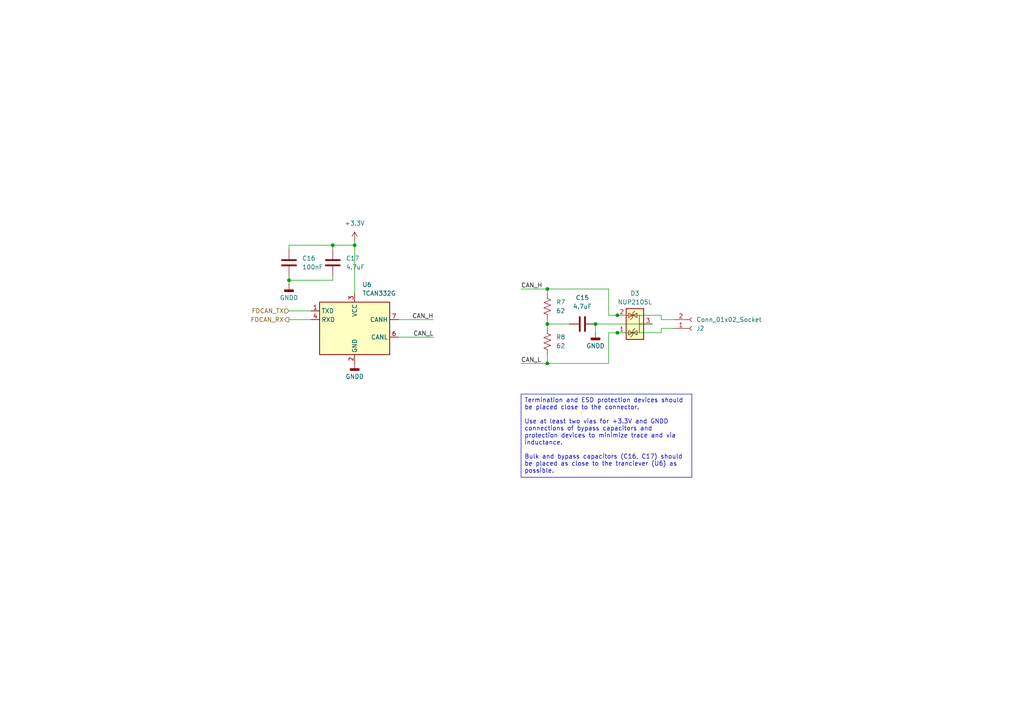
<source format=kicad_sch>
(kicad_sch (version 20231120) (generator "eeschema") (generator_version "8.0")
  (paper "A4")
  (lib_symbols
    (symbol "Connector:Conn_01x02_Socket" (pin_names (offset 1.016) hide)
      (property "Reference" "J" (at 0 2.54 0))
      (property "Value" "Conn_01x02_Socket" (at 0 -5.08 0))
      (symbol "Conn_01x02_Socket_1_1"
        (arc (start 0 -2.032) (mid -0.5058 -2.54) (end 0 -3.048) (stroke (width 0.1524)))
        (polyline (pts (xy -1.27 -2.54) (xy -0.508 -2.54)) (stroke (width 0.1524)))
        (polyline (pts (xy -1.27 0) (xy -0.508 0)) (stroke (width 0.1524)))
        (arc (start 0 0.508) (mid -0.5058 0) (end 0 -0.508) (stroke (width 0.1524)))
        (pin passive line (at -5.08 0 0) (length 3.81) (name "Pin_1") (number "1"))
        (pin passive line (at -5.08 -2.54 0) (length 3.81) (name "Pin_2") (number "2"))
      )
    )
    (symbol "Device:C" (pin_numbers hide) (pin_names (offset 0.254))
      (property "Reference" "C" (at 0.635 2.54 0))
      (property "Value" "C" (at 0.635 -2.54 0))
      (symbol "C_0_1"
        (polyline (pts (xy -2.032 -0.762) (xy 2.032 -0.762)) (stroke (width 0.508)))
        (polyline (pts (xy -2.032 0.762) (xy 2.032 0.762)) (stroke (width 0.508)))
      )
      (symbol "C_1_1"
        (pin passive line (at 0 3.81 270) (length 2.794) (name "~") (number "1"))
        (pin passive line (at 0 -3.81 90) (length 2.794) (name "~") (number "2"))
      )
    )
    (symbol "Device:R_US" (pin_numbers hide) (pin_names (offset 0))
      (property "Reference" "R" (at 2.54 0 90))
      (property "Value" "R_US" (at -2.54 0 90))
      (symbol "R_US_0_1"
        (polyline (pts (xy 0 -2.286) (xy 0 -2.54)))
        (polyline (pts (xy 0 2.286) (xy 0 2.54)))
        (polyline (pts (xy 0 -0.762) (xy 1.016 -1.143) (xy 0 -1.524) (xy -1.016 -1.905) (xy 0 -2.286)))
        (polyline (pts (xy 0 0.762) (xy 1.016 0.381) (xy 0 0) (xy -1.016 -0.381) (xy 0 -0.762)))
        (polyline (pts (xy 0 2.286) (xy 1.016 1.905) (xy 0 1.524) (xy -1.016 1.143) (xy 0 0.762)))
      )
      (symbol "R_US_1_1"
        (pin passive line (at 0 3.81 270) (length 1.27) (name "~") (number "1"))
        (pin passive line (at 0 -3.81 90) (length 1.27) (name "~") (number "2"))
      )
    )
    (symbol "Interface_CAN_LIN:TCAN332G"
      (property "Reference" "U" (at -10.16 8.89 0))
      (property "Value" "TCAN332G" (at 2.54 8.89 0))
      (symbol "TCAN332G_0_1"
        (rectangle (start -10.16 7.62) (end 10.16 -7.62) (stroke (width 0.254)) (fill (type background)))
      )
      (symbol "TCAN332G_1_1"
        (pin input line (at -12.7 5.08 0) (length 2.54) (name "TXD") (number "1"))
        (pin power_in line (at 0 -10.16 90) (length 2.54) (name "GND") (number "2"))
        (pin power_in line (at 0 10.16 270) (length 2.54) (name "VCC") (number "3"))
        (pin tri_state line (at -12.7 2.54 0) (length 2.54) (name "RXD") (number "4"))
        (pin no_connect line (at -10.16 -2.54 0) (length 2.54) hide (name "NC") (number "5"))
        (pin bidirectional line (at 12.7 -2.54 180) (length 2.54) (name "CANL") (number "6"))
        (pin bidirectional line (at 12.7 2.54 180) (length 2.54) (name "CANH") (number "7"))
        (pin no_connect line (at -10.16 -5.08 0) (length 2.54) hide (name "NC") (number "8"))
      )
    )
    (symbol "Power_Protection:NUP2105L" (pin_names hide)
      (property "Reference" "D" (at 5.715 2.54 0))
      (property "Value" "NUP2105L" (at 5.715 0.635 0))
      (symbol "NUP2105L_0_0"
        (pin passive line (at 0 -5.08 90) (length 2.54) (name "A") (number "3"))
      )
      (symbol "NUP2105L_0_1"
        (rectangle (start -4.445 2.54) (end 4.445 -2.54) (stroke (width 0.254)) (fill (type background)))
        (polyline (pts (xy -2.54 2.54) (xy -2.54 0.635)))
        (polyline (pts (xy 0 -1.27) (xy 0 -2.54)))
        (polyline (pts (xy 2.54 2.54) (xy 2.54 0.635)))
        (polyline (pts (xy -3.81 1.27) (xy -3.175 0.635) (xy -1.905 0.635) (xy -1.27 0)))
        (polyline (pts (xy -2.54 0.635) (xy -2.54 -1.27) (xy 2.54 -1.27) (xy 2.54 0.635)))
        (polyline (pts (xy -2.54 0.635) (xy -1.905 -0.635) (xy -3.175 -0.635) (xy -2.54 0.635)))
        (polyline (pts (xy 2.54 0.635) (xy 1.905 -0.635) (xy 3.175 -0.635) (xy 2.54 0.635)))
        (polyline (pts (xy 2.54 0.635) (xy 3.175 1.905) (xy 1.905 1.905) (xy 2.54 0.635)))
        (polyline (pts (xy -2.54 0.635) (xy -3.175 1.905) (xy -1.905 1.905) (xy -2.54 0.635) (xy -2.54 1.27)))
        (polyline (pts (xy 1.27 1.27) (xy 1.905 0.635) (xy 2.54 0.635) (xy 3.175 0.635) (xy 3.81 0)))
      )
      (symbol "NUP2105L_1_1"
        (pin passive line (at -2.54 5.08 270) (length 2.54) (name "K") (number "1"))
        (pin passive line (at 2.54 5.08 270) (length 2.54) (name "K") (number "2"))
      )
    )
    (symbol "power:+3.3V" (power) (pin_numbers hide) (pin_names (offset 0) hide)
      (property "Value" "+3.3V" (at 0 3.556 0))
      (symbol "+3.3V_0_1"
        (polyline (pts (xy -0.762 1.27) (xy 0 2.54)))
        (polyline (pts (xy 0 0) (xy 0 2.54)))
        (polyline (pts (xy 0 2.54) (xy 0.762 1.27)))
      )
      (symbol "+3.3V_1_1"
        (pin power_in line (at 0 0 90) (length 0) (name "~") (number "1"))
      )
    )
    (symbol "power:GNDD" (power) (pin_numbers hide) (pin_names (offset 0) hide)
      (property "Value" "GNDD" (at 0 -3.175 0))
      (symbol "GNDD_0_1"
        (rectangle (start -1.27 -1.524) (end 1.27 -2.032) (stroke (width 0.254)) (fill (type outline)))
        (polyline (pts (xy 0 0) (xy 0 -1.524)))
      )
      (symbol "GNDD_1_1"
        (pin power_in line (at 0 0 270) (length 0) (name "~") (number "1"))
      )
    )
  )
  (junction (at 179.07 91.44))
  (junction (at 158.75 105.41))
  (junction (at 179.07 96.52))
  (junction (at 83.82 81.28))
  (junction (at 158.75 83.82))
  (junction (at 158.75 93.98))
  (junction (at 96.52 71.12))
  (junction (at 102.87 71.12))
  (junction (at 172.72 93.98))
  (wire (pts (xy 176.53 96.52) (xy 176.53 105.41)))
  (wire (pts (xy 158.75 83.82) (xy 176.53 83.82)))
  (wire (pts (xy 125.73 97.79) (xy 115.57 97.79)))
  (wire (pts (xy 96.52 71.12) (xy 102.87 71.12)))
  (wire (pts (xy 158.75 83.82) (xy 158.75 85.09)))
  (wire (pts (xy 83.82 90.17) (xy 90.17 90.17)))
  (wire (pts (xy 179.07 96.52) (xy 176.53 96.52)))
  (wire (pts (xy 179.07 96.52) (xy 191.77 96.52)))
  (wire (pts (xy 96.52 71.12) (xy 96.52 72.39)))
  (wire (pts (xy 172.72 93.98) (xy 172.72 96.52)))
  (wire (pts (xy 151.13 83.82) (xy 158.75 83.82)))
  (wire (pts (xy 172.72 93.98) (xy 189.23 93.98)))
  (wire (pts (xy 191.77 92.71) (xy 191.77 91.44)))
  (wire (pts (xy 158.75 105.41) (xy 158.75 102.87)))
  (wire (pts (xy 125.73 92.71) (xy 115.57 92.71)))
  (wire (pts (xy 83.82 92.71) (xy 90.17 92.71)))
  (wire (pts (xy 96.52 81.28) (xy 96.52 80.01)))
  (wire (pts (xy 158.75 95.25) (xy 158.75 93.98)))
  (wire (pts (xy 195.58 92.71) (xy 191.77 92.71)))
  (wire (pts (xy 102.87 71.12) (xy 102.87 85.09)))
  (wire (pts (xy 179.07 91.44) (xy 176.53 91.44)))
  (wire (pts (xy 83.82 82.55) (xy 83.82 81.28)))
  (wire (pts (xy 158.75 105.41) (xy 176.53 105.41)))
  (wire (pts (xy 191.77 95.25) (xy 195.58 95.25)))
  (wire (pts (xy 179.07 91.44) (xy 191.77 91.44)))
  (wire (pts (xy 83.82 81.28) (xy 83.82 80.01)))
  (wire (pts (xy 176.53 91.44) (xy 176.53 83.82)))
  (wire (pts (xy 83.82 71.12) (xy 96.52 71.12)))
  (wire (pts (xy 158.75 93.98) (xy 165.1 93.98)))
  (wire (pts (xy 83.82 81.28) (xy 96.52 81.28)))
  (wire (pts (xy 191.77 96.52) (xy 191.77 95.25)))
  (wire (pts (xy 151.13 105.41) (xy 158.75 105.41)))
  (wire (pts (xy 158.75 93.98) (xy 158.75 92.71)))
  (wire (pts (xy 102.87 69.85) (xy 102.87 71.12)))
  (wire (pts (xy 83.82 71.12) (xy 83.82 72.39)))
  (text_box "Termination and ESD protection devices should be placed close to the connector. \n\nUse at least two vias for +3.3V and GNDD connections of bypass capacitors and protection devices to minimize trace and via inductance.\n\nBulk and bypass capacitors (C16, C17) should be placed as close to the tranciever (U6) as possible." (at 151.13 114.3 0) (size 49.53 24.13) (effects (font (size 1.27 1.27)) (justify left top)))
  (label "CAN_H" (at 125.73 92.71 180))
  (label "CAN_L" (at 125.73 97.79 180))
  (label "CAN_L" (at 151.13 105.41 0))
  (label "CAN_H" (at 151.13 83.82 0))
  (hierarchical_label "FDCAN_TX" (shape input) (at 83.82 90.17 180))
  (hierarchical_label "FDCAN_RX" (shape output) (at 83.82 92.71 180))
  (symbol (lib_id "Power_Protection:NUP2105L") (at 184.15 93.98 90) (unit 1)
    (property "Reference" "D3" (at 184.15 85.09 90))
    (property "Value" "NUP2105L" (at 184.15 87.63 90))
    (property "Footprint" "Package_TO_SOT_SMD:SOT-23" (effects (hide yes)))
    (property "Datasheet" "https://www.onsemi.com/pub_link/Collateral/NUP2105L-D.PDF" (effects (hide yes)))
    (property "Description" "Dual Line CAN Bus Protector, 24Vrwm" (effects (hide yes)))
  )
  (symbol (lib_id "power:GNDD") (at 172.72 96.52 0) (unit 1)
    (property "Reference" "#PWR034" (effects (hide yes)))
    (property "Value" "GNDD" (at 172.72 100.33 0))
    (property "Description" "Power symbol creates a global label with name \"GNDD\" , digital ground" (effects (hide yes)))
  )
  (symbol (lib_id "Device:R_US") (at 158.75 99.06 0) (unit 1)
    (property "Reference" "R8" (at 161.29 97.7899 0) (effects (justify left)))
    (property "Value" "62" (at 161.29 100.3299 0) (effects (justify left)))
    (property "Footprint" "Resistor_SMD:R_0805_2012Metric_Pad1.20x1.40mm_HandSolder" (effects (hide yes)))
    (property "Description" "Resistor, US symbol" (effects (hide yes)))
  )
  (symbol (lib_id "Device:C") (at 96.52 76.2 0) (unit 1)
    (property "Reference" "C17" (at 100.33 74.9299 0) (effects (justify left)))
    (property "Value" "4.7uF" (at 100.33 77.4699 0) (effects (justify left)))
    (property "Footprint" "Capacitor_SMD:C_0603_1608Metric_Pad1.08x0.95mm_HandSolder" (effects (hide yes)))
    (property "Description" "Unpolarized capacitor" (effects (hide yes)))
  )
  (symbol (lib_id "power:GNDD") (at 83.82 82.55 0) (unit 1)
    (property "Reference" "#PWR035" (effects (hide yes)))
    (property "Value" "GNDD" (at 83.82 86.36 0))
    (property "Description" "Power symbol creates a global label with name \"GNDD\" , digital ground" (effects (hide yes)))
  )
  (symbol (lib_id "Device:C") (at 168.91 93.98 90) (unit 1)
    (property "Reference" "C15" (at 168.91 86.36 90))
    (property "Value" "4.7uF" (at 168.91 88.9 90))
    (property "Footprint" "Capacitor_SMD:C_0603_1608Metric_Pad1.08x0.95mm_HandSolder" (effects (hide yes)))
    (property "Description" "Unpolarized capacitor" (effects (hide yes)))
  )
  (symbol (lib_id "Connector:Conn_01x02_Socket") (at 200.66 95.25 0) (mirror x) (unit 1)
    (property "Reference" "J2" (at 201.93 95.2501 0) (effects (justify left)))
    (property "Value" "Conn_01x02_Socket" (at 201.93 92.7101 0) (effects (justify left)))
    (property "Footprint" "TerminalBlock_Phoenix:TerminalBlock_Phoenix_MKDS-1,5-2-5.08_1x02_P5.08mm_Horizontal" (effects (hide yes)))
    (property "Description" "Generic connector, single row, 01x02, script generated" (effects (hide yes)))
  )
  (symbol (lib_id "power:+3.3V") (at 102.87 69.85 0) (unit 1)
    (property "Reference" "#PWR031" (effects (hide yes)))
    (property "Value" "+3.3V" (at 102.87 64.77 0))
    (property "Description" "Power symbol creates a global label with name \"+3.3V\"" (effects (hide yes)))
  )
  (symbol (lib_id "Interface_CAN_LIN:TCAN332G") (at 102.87 95.25 0) (unit 1)
    (property "Reference" "U6" (at 105.0641 82.55 0) (effects (justify left)))
    (property "Value" "TCAN332G" (at 105.0641 85.09 0) (effects (justify left)))
    (property "Footprint" "Package_SO:SOIC-8_3.9x4.9mm_P1.27mm" (effects (hide yes)))
    (property "Datasheet" "http://www.ti.com/lit/ds/symlink/tcan337.pdf" (effects (hide yes)))
    (property "Description" "High-Speed CAN Transceiver with CAN FD, 5Mbps, 3.3V supply, SOT-23-8/SOIC-8" (effects (hide yes)))
  )
  (symbol (lib_id "Device:C") (at 83.82 76.2 0) (unit 1)
    (property "Reference" "C16" (at 87.63 74.9299 0) (effects (justify left)))
    (property "Value" "100nF" (at 87.63 77.4699 0) (effects (justify left)))
    (property "Footprint" "Capacitor_SMD:C_0603_1608Metric_Pad1.08x0.95mm_HandSolder" (effects (hide yes)))
    (property "Description" "Unpolarized capacitor" (effects (hide yes)))
  )
  (symbol (lib_id "power:GNDD") (at 102.87 105.41 0) (unit 1)
    (property "Reference" "#PWR032" (effects (hide yes)))
    (property "Value" "GNDD" (at 102.87 109.22 0))
    (property "Description" "Power symbol creates a global label with name \"GNDD\" , digital ground" (effects (hide yes)))
  )
  (symbol (lib_id "Device:R_US") (at 158.75 88.9 0) (unit 1)
    (property "Reference" "R7" (at 161.29 87.6299 0) (effects (justify left)))
    (property "Value" "62" (at 161.29 90.1699 0) (effects (justify left)))
    (property "Footprint" "Resistor_SMD:R_0805_2012Metric_Pad1.20x1.40mm_HandSolder" (effects (hide yes)))
    (property "Description" "Resistor, US symbol" (effects (hide yes)))
  )
)
</source>
